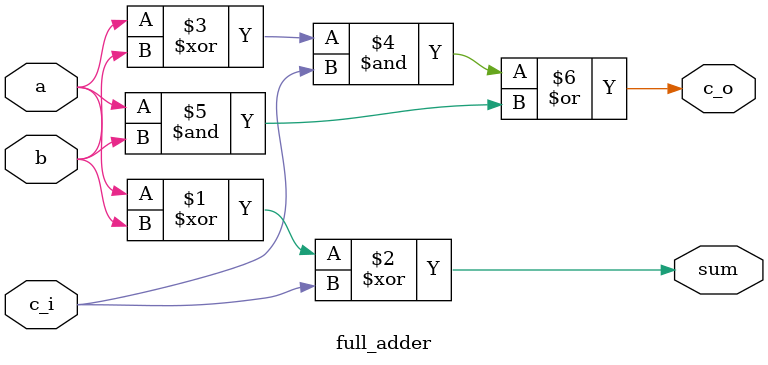
<source format=v>

module full_adder
    (
     a,
     b,
     c_i,
     sum,
     c_o
     );

////////////////////////////////////////////////////////////////////////////////
// Port declarations

input a;
input b;
input c_i;

output sum;
output c_o;

////////////////////////////////////////////////////////////////////////////////
// Output declarations

////////////////////////////////////////////////////////////////////////////////
// Parameter declarations

////////////////////////////////////////////////////////////////////////////////
// Local logic and instantiation

assign sum = a ^ b ^ c_i;
assign c_o = ((a ^ b) & c_i) | (a & b); 

endmodule 
</source>
